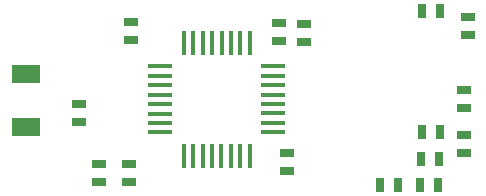
<source format=gtp>
G04 (created by PCBNEW-RS274X (2012-jan-04)-stable) date Thu 15 Nov 2012 21:08:36 CET*
G01*
G70*
G90*
%MOIN*%
G04 Gerber Fmt 3.4, Leading zero omitted, Abs format*
%FSLAX34Y34*%
G04 APERTURE LIST*
%ADD10C,0.006000*%
%ADD11R,0.017700X0.078700*%
%ADD12R,0.078700X0.017700*%
%ADD13R,0.045000X0.025000*%
%ADD14R,0.025000X0.045000*%
%ADD15R,0.094500X0.063000*%
G04 APERTURE END LIST*
G54D10*
G54D11*
X53543Y-42796D03*
X53228Y-42796D03*
X52913Y-42796D03*
X52598Y-42796D03*
X52283Y-42796D03*
X51968Y-42796D03*
X51653Y-42796D03*
X51338Y-42796D03*
X51340Y-39030D03*
X53550Y-39030D03*
X53230Y-39030D03*
X52910Y-39030D03*
X52600Y-39030D03*
X52280Y-39030D03*
X51970Y-39030D03*
X51650Y-39030D03*
G54D12*
X50550Y-42012D03*
X50550Y-41698D03*
X50550Y-41382D03*
X50550Y-41068D03*
X50550Y-40752D03*
X50550Y-40438D03*
X50550Y-40122D03*
X50550Y-39808D03*
X54330Y-42010D03*
X54330Y-41700D03*
X54330Y-41380D03*
X54330Y-41070D03*
X54330Y-40760D03*
X54330Y-40440D03*
X54330Y-40120D03*
X54330Y-39800D03*
G54D13*
X54500Y-38375D03*
X54500Y-38975D03*
X60825Y-38150D03*
X60825Y-38750D03*
X54775Y-43300D03*
X54775Y-42700D03*
X47850Y-41650D03*
X47850Y-41050D03*
X60675Y-42100D03*
X60675Y-42700D03*
G54D14*
X59250Y-42900D03*
X59850Y-42900D03*
X57875Y-43750D03*
X58475Y-43750D03*
G54D13*
X49575Y-38925D03*
X49575Y-38325D03*
X49525Y-43650D03*
X49525Y-43050D03*
G54D14*
X59275Y-37975D03*
X59875Y-37975D03*
G54D13*
X60675Y-41200D03*
X60675Y-40600D03*
X48525Y-43050D03*
X48525Y-43650D03*
G54D14*
X59275Y-42000D03*
X59875Y-42000D03*
X59825Y-43750D03*
X59225Y-43750D03*
G54D13*
X55350Y-38400D03*
X55350Y-39000D03*
G54D15*
X46075Y-41836D03*
X46075Y-40064D03*
M02*

</source>
